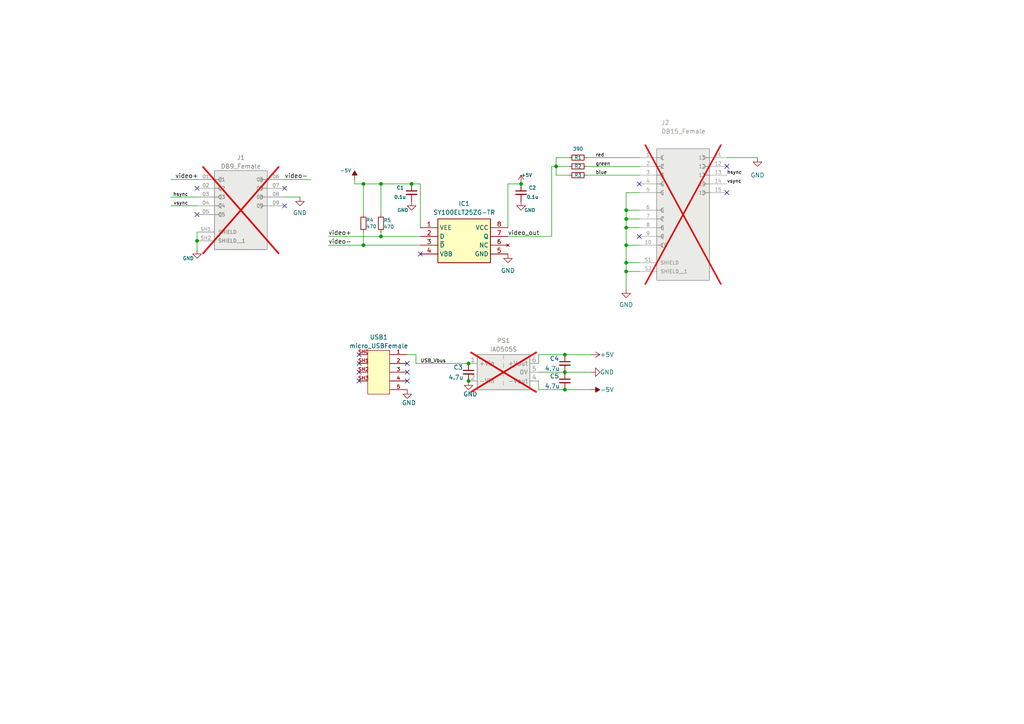
<source format=kicad_sch>
(kicad_sch (version 20230121) (generator eeschema)
  (paper "A4")
  (lib_symbols
    (symbol "Connector:ICD15S13E4GX00LF" (pin_names (offset 1.016))
      (property "Reference" "J" (at -7.62 18.542 0))
      (property "Value" "ICD15S13E4GX00LF" (at -7.62 -22.86 0))
      (symbol "ICD15S13E4GX00LF_0_0"
        (rectangle (start -7.62 -20.32) (end 7.62 17.78) (stroke (width 0.254)) (fill (type background)))
        (arc (start -5.715 -9.525) (mid -6.3473 -10.16) (end -5.715 -10.795) (stroke (width 0.254)))
        (arc (start -5.715 -6.985) (mid -6.3473 -7.62) (end -5.715 -8.255) (stroke (width 0.254)))
        (arc (start -5.715 -4.445) (mid -6.3473 -5.08) (end -5.715 -5.715) (stroke (width 0.254)))
        (arc (start -5.715 -1.905) (mid -6.3473 -2.54) (end -5.715 -3.175) (stroke (width 0.254)))
        (arc (start -5.715 0.635) (mid -6.3473 0) (end -5.715 -0.635) (stroke (width 0.254)))
        (arc (start -5.715 5.715) (mid -6.3473 5.08) (end -5.715 4.445) (stroke (width 0.254)))
        (arc (start -5.715 8.255) (mid -6.3473 7.62) (end -5.715 6.985) (stroke (width 0.254)))
        (arc (start -5.715 10.795) (mid -6.3473 10.16) (end -5.715 9.525) (stroke (width 0.254)))
        (arc (start -5.715 13.335) (mid -6.3473 12.7) (end -5.715 12.065) (stroke (width 0.254)))
        (arc (start -5.715 15.875) (mid -6.3473 15.24) (end -5.715 14.605) (stroke (width 0.254)))
        (polyline (pts (xy -7.62 -10.16) (xy -6.35 -10.16)) (stroke (width 0.254)))
        (polyline (pts (xy -7.62 -7.62) (xy -6.35 -7.62)) (stroke (width 0.254)))
        (polyline (pts (xy -7.62 -5.08) (xy -6.35 -5.08)) (stroke (width 0.254)))
        (polyline (pts (xy -7.62 -2.54) (xy -6.35 -2.54)) (stroke (width 0.254)))
        (polyline (pts (xy -7.62 0) (xy -6.35 0)) (stroke (width 0.254)))
        (polyline (pts (xy -7.62 5.08) (xy -6.35 5.08)) (stroke (width 0.254)))
        (polyline (pts (xy -7.62 7.62) (xy -6.35 7.62)) (stroke (width 0.254)))
        (polyline (pts (xy -7.62 10.16) (xy -6.35 10.16)) (stroke (width 0.254)))
        (polyline (pts (xy -7.62 12.7) (xy -6.35 12.7)) (stroke (width 0.254)))
        (polyline (pts (xy -7.62 15.24) (xy -6.35 15.24)) (stroke (width 0.254)))
        (polyline (pts (xy 7.62 5.08) (xy 6.35 5.08)) (stroke (width 0.254)))
        (polyline (pts (xy 7.62 7.62) (xy 6.35 7.62)) (stroke (width 0.254)))
        (polyline (pts (xy 7.62 10.16) (xy 6.35 10.16)) (stroke (width 0.254)))
        (polyline (pts (xy 7.62 12.7) (xy 6.35 12.7)) (stroke (width 0.254)))
        (polyline (pts (xy 7.62 15.24) (xy 6.35 15.24)) (stroke (width 0.254)))
        (arc (start 5.715 4.445) (mid 6.3473 5.08) (end 5.715 5.715) (stroke (width 0.254)))
        (arc (start 5.715 6.985) (mid 6.3473 7.62) (end 5.715 8.255) (stroke (width 0.254)))
        (arc (start 5.715 9.525) (mid 6.3473 10.16) (end 5.715 10.795) (stroke (width 0.254)))
        (arc (start 5.715 12.065) (mid 6.3473 12.7) (end 5.715 13.335) (stroke (width 0.254)))
        (arc (start 5.715 14.605) (mid 6.3473 15.24) (end 5.715 15.875) (stroke (width 0.254)))
        (pin passive line (at -12.7 15.24 0) (length 5.08) (name "1") (number "1"))
        (pin passive line (at -12.7 -10.16 0) (length 5.08) (name "10") (number "10"))
        (pin passive line (at 12.7 15.24 180) (length 5.08) (name "11") (number "11"))
        (pin passive line (at 12.7 12.7 180) (length 5.08) (name "12") (number "12"))
        (pin passive line (at 12.7 10.16 180) (length 5.08) (name "13") (number "13"))
        (pin passive line (at 12.7 7.62 180) (length 5.08) (name "14") (number "14"))
        (pin passive line (at 12.7 5.08 180) (length 5.08) (name "15") (number "15"))
        (pin passive line (at -12.7 12.7 0) (length 5.08) (name "2") (number "2"))
        (pin passive line (at -12.7 10.16 0) (length 5.08) (name "3") (number "3"))
        (pin passive line (at -12.7 7.62 0) (length 5.08) (name "4") (number "4"))
        (pin passive line (at -12.7 5.08 0) (length 5.08) (name "5") (number "5"))
        (pin passive line (at -12.7 0 0) (length 5.08) (name "6") (number "6"))
        (pin passive line (at -12.7 -2.54 0) (length 5.08) (name "7") (number "7"))
        (pin passive line (at -12.7 -5.08 0) (length 5.08) (name "8") (number "8"))
        (pin passive line (at -12.7 -7.62 0) (length 5.08) (name "9") (number "9"))
        (pin passive line (at -12.7 -15.24 0) (length 5.08) (name "SHIELD") (number "S1"))
        (pin passive line (at -12.7 -17.78 0) (length 5.08) (name "SHIELD__1") (number "S2"))
      )
    )
    (symbol "Connector:LD09S13A4GV00LF" (pin_names (offset 1.016))
      (property "Reference" "J" (at -7.62 11.43 0))
      (property "Value" "LD09S13A4GV00LF" (at -7.62 -15.24 0))
      (symbol "LD09S13A4GV00LF_0_0"
        (rectangle (start -7.62 -12.7) (end 7.62 10.16) (stroke (width 0.254)) (fill (type background)))
        (arc (start -5.715 -1.905) (mid -6.3473 -2.54) (end -5.715 -3.175) (stroke (width 0.254)))
        (arc (start -5.715 0.635) (mid -6.3473 0) (end -5.715 -0.635) (stroke (width 0.254)))
        (arc (start -5.715 3.175) (mid -6.3473 2.54) (end -5.715 1.905) (stroke (width 0.254)))
        (arc (start -5.715 5.715) (mid -6.3473 5.08) (end -5.715 4.445) (stroke (width 0.254)))
        (arc (start -5.715 8.255) (mid -6.3473 7.62) (end -5.715 6.985) (stroke (width 0.254)))
        (polyline (pts (xy -7.62 -2.54) (xy -6.35 -2.54)) (stroke (width 0.254)))
        (polyline (pts (xy -7.62 0) (xy -6.35 0)) (stroke (width 0.254)))
        (polyline (pts (xy -7.62 2.54) (xy -6.35 2.54)) (stroke (width 0.254)))
        (polyline (pts (xy -7.62 5.08) (xy -6.35 5.08)) (stroke (width 0.254)))
        (polyline (pts (xy -7.62 7.62) (xy -6.35 7.62)) (stroke (width 0.254)))
        (polyline (pts (xy 7.62 0) (xy 6.35 0)) (stroke (width 0.254)))
        (polyline (pts (xy 7.62 2.54) (xy 6.35 2.54)) (stroke (width 0.254)))
        (polyline (pts (xy 7.62 5.08) (xy 6.35 5.08)) (stroke (width 0.254)))
        (polyline (pts (xy 7.62 7.62) (xy 6.35 7.62)) (stroke (width 0.254)))
        (arc (start 5.715 -0.635) (mid 6.3473 0) (end 5.715 0.635) (stroke (width 0.254)))
        (arc (start 5.715 1.905) (mid 6.3473 2.54) (end 5.715 3.175) (stroke (width 0.254)))
        (arc (start 5.715 4.445) (mid 6.3473 5.08) (end 5.715 5.715) (stroke (width 0.254)))
        (arc (start 5.715 6.985) (mid 6.3473 7.62) (end 5.715 8.255) (stroke (width 0.254)))
        (pin passive line (at -12.7 7.62 0) (length 5.08) (name "01") (number "01"))
        (pin passive line (at -12.7 5.08 0) (length 5.08) (name "02") (number "02"))
        (pin passive line (at -12.7 2.54 0) (length 5.08) (name "03") (number "03"))
        (pin passive line (at -12.7 0 0) (length 5.08) (name "04") (number "04"))
        (pin passive line (at -12.7 -2.54 0) (length 5.08) (name "05") (number "05"))
        (pin passive line (at 12.7 7.62 180) (length 5.08) (name "06") (number "06"))
        (pin passive line (at 12.7 5.08 180) (length 5.08) (name "07") (number "07"))
        (pin passive line (at 12.7 2.54 180) (length 5.08) (name "08") (number "08"))
        (pin passive line (at 12.7 0 180) (length 5.08) (name "09") (number "09"))
        (pin passive line (at -12.7 -7.62 0) (length 5.08) (name "SHIELD") (number "SH1"))
        (pin passive line (at -12.7 -10.16 0) (length 5.08) (name "SHIELD__1") (number "SH2"))
      )
    )
    (symbol "Converter_DCDC:IA0505S"
      (property "Reference" "PS" (at -7.62 6.35 0))
      (property "Value" "IA0505S" (at 1.27 6.35 0))
      (symbol "IA0505S_0_0"
        (pin power_in line (at -10.16 2.54 0) (length 2.54) (name "+Vin") (number "1"))
        (pin power_in line (at -10.16 -2.54 0) (length 2.54) (name "-Vin") (number "2"))
        (pin power_out line (at 10.16 -2.54 180) (length 2.54) (name "-Vout") (number "4"))
        (pin power_out line (at 10.16 0 180) (length 2.54) (name "0V") (number "5"))
        (pin power_out line (at 10.16 2.54 180) (length 2.54) (name "+Vout") (number "6"))
      )
      (symbol "IA0505S_0_1"
        (rectangle (start -7.62 5.08) (end 7.62 -5.08) (stroke (width 0.254)) (fill (type background)))
        (polyline (pts (xy 0 -2.54) (xy 0 -3.81)))
        (polyline (pts (xy 0 0) (xy 0 -1.27)))
        (polyline (pts (xy 0 2.54) (xy 0 1.27)))
        (polyline (pts (xy 0 5.08) (xy 0 3.81)))
      )
    )
    (symbol "Device:C_Small" (pin_numbers hide) (pin_names (offset 0.254) hide)
      (property "Reference" "C" (at 0.254 1.778 0))
      (property "Value" "C_Small" (at 0.254 -2.032 0))
      (symbol "C_Small_0_1"
        (polyline (pts (xy -1.524 -0.508) (xy 1.524 -0.508)) (stroke (width 0.3302)))
        (polyline (pts (xy -1.524 0.508) (xy 1.524 0.508)) (stroke (width 0.3048)))
      )
      (symbol "C_Small_1_1"
        (pin passive line (at 0 2.54 270) (length 2.032) (name "~") (number "1"))
        (pin passive line (at 0 -2.54 90) (length 2.032) (name "~") (number "2"))
      )
    )
    (symbol "Device:R_Small" (pin_numbers hide) (pin_names (offset 0.254) hide)
      (property "Reference" "R" (at 0.762 0.508 0))
      (property "Value" "R_Small" (at 0.762 -1.016 0))
      (symbol "R_Small_0_1"
        (rectangle (start -0.762 1.778) (end 0.762 -1.778) (stroke (width 0.2032)))
      )
      (symbol "R_Small_1_1"
        (pin passive line (at 0 2.54 270) (length 0.762) (name "~") (number "1"))
        (pin passive line (at 0 -2.54 90) (length 0.762) (name "~") (number "2"))
      )
    )
    (symbol "SY100ELT25ZG-TR:SY100ELT25ZG-TR"
      (property "Reference" "IC" (at 21.59 7.62 0))
      (property "Value" "SY100ELT25ZG-TR" (at 21.59 5.08 0))
      (symbol "SY100ELT25ZG-TR_1_1"
        (rectangle (start 5.08 2.54) (end 20.32 -10.16) (stroke (width 0.254)) (fill (type background)))
        (pin passive line (at 0 0 0) (length 5.08) (name "VEE") (number "1"))
        (pin passive line (at 0 -2.54 0) (length 5.08) (name "D") (number "2"))
        (pin passive line (at 0 -5.08 0) (length 5.08) (name "~{D}") (number "3"))
        (pin passive line (at 0 -7.62 0) (length 5.08) (name "VBB") (number "4"))
        (pin passive line (at 25.4 -7.62 180) (length 5.08) (name "GND") (number "5"))
        (pin no_connect line (at 25.4 -5.08 180) (length 5.08) (name "NC") (number "6"))
        (pin passive line (at 25.4 -2.54 180) (length 5.08) (name "Q") (number "7"))
        (pin passive line (at 25.4 0 180) (length 5.08) (name "VCC") (number "8"))
      )
    )
    (symbol "lcsc:micro_USBFemale" (pin_names hide)
      (property "Reference" "USB" (at 0 1.27 0))
      (property "Value" "micro_USBFemale" (at 0 -2.54 0))
      (symbol "micro_USBFemale_0_1"
        (rectangle (start -2.54 6.35) (end 3.81 -6.35) (fill (type background)))
        (pin unspecified line (at 8.89 5.08 180) (length 5.08) (name "V+") (number "1"))
        (pin unspecified line (at 8.89 2.54 180) (length 5.08) (name "D-") (number "2"))
        (pin unspecified line (at 8.89 0 180) (length 5.08) (name "D+") (number "3"))
        (pin unspecified line (at 8.89 -2.54 180) (length 5.08) (name "ID") (number "4"))
        (pin unspecified line (at 8.89 -5.08 180) (length 5.08) (name "V-") (number "5"))
        (pin input line (at -5.08 5.08 0) (length 2.54) (name "MTN") (number "SH0"))
      )
      (symbol "micro_USBFemale_1_1"
        (pin unspecified line (at -5.08 2.54 0) (length 2.54) (name "SH1") (number "SH1"))
        (pin unspecified line (at -5.08 0 0) (length 2.54) (name "SH2") (number "SH2"))
        (pin unspecified line (at -5.08 -2.54 0) (length 2.54) (name "SH3") (number "SH3"))
      )
    )
    (symbol "power:+5V" (power) (pin_names (offset 0))
      (property "Value" "+5V" (at 0 3.556 0))
      (symbol "+5V_0_1"
        (polyline (pts (xy -0.762 1.27) (xy 0 2.54)))
        (polyline (pts (xy 0 0) (xy 0 2.54)))
        (polyline (pts (xy 0 2.54) (xy 0.762 1.27)))
      )
      (symbol "+5V_1_1"
        (pin power_in line (at 0 0 90) (length 0) hide (name "+5V") (number "1"))
      )
    )
    (symbol "power:-5V" (power) (pin_names (offset 0))
      (property "Value" "-5V" (at 0 3.81 0))
      (symbol "-5V_0_0"
        (pin power_in line (at 0 0 90) (length 0) hide (name "-5V") (number "1"))
      )
      (symbol "-5V_0_1"
        (polyline (pts (xy 0 0) (xy 0 1.27) (xy 0.762 1.27) (xy 0 2.54) (xy -0.762 1.27) (xy 0 1.27)) (fill (type outline)))
      )
    )
    (symbol "power:GND" (power) (pin_names (offset 0))
      (property "Value" "GND" (at 0 -3.81 0))
      (symbol "GND_0_1"
        (polyline (pts (xy 0 0) (xy 0 -1.27) (xy 1.27 -1.27) (xy 0 -2.54) (xy -1.27 -1.27) (xy 0 -1.27)))
      )
      (symbol "GND_1_1"
        (pin power_in line (at 0 0 270) (length 0) hide (name "GND") (number "1"))
      )
    )
  )
  (junction (at 105.41 53.34))
  (junction (at 163.83 102.87))
  (junction (at 135.89 110.49))
  (junction (at 181.61 66.04))
  (junction (at 57.15 69.85))
  (junction (at 181.61 78.74))
  (junction (at 181.61 63.5))
  (junction (at 181.61 76.2))
  (junction (at 110.49 53.34))
  (junction (at 110.49 68.58))
  (junction (at 105.41 71.12))
  (junction (at 163.83 107.95))
  (junction (at 135.89 105.41))
  (junction (at 119.38 53.34))
  (junction (at 161.29 48.26))
  (junction (at 151.13 53.34))
  (junction (at 181.61 71.12))
  (junction (at 163.83 113.03))
  (junction (at 181.61 60.96))
  (no_connect (at 185.42 68.58))
  (no_connect (at 57.15 62.23))
  (no_connect (at 118.11 107.95))
  (no_connect (at 118.11 110.49))
  (no_connect (at 57.15 54.61))
  (no_connect (at 104.14 102.87))
  (no_connect (at 82.55 59.69))
  (no_connect (at 104.14 105.41))
  (no_connect (at 104.14 107.95))
  (no_connect (at 121.92 73.66))
  (no_connect (at 118.11 105.41))
  (no_connect (at 82.55 54.61))
  (no_connect (at 104.14 110.49))
  (no_connect (at 210.82 48.26))
  (no_connect (at 210.82 55.88))
  (no_connect (at 185.42 53.34))
  (wire (pts (xy 181.61 66.04) (xy 181.61 71.12)))
  (wire (pts (xy 181.61 63.5) (xy 181.61 66.04)))
  (wire (pts (xy 185.42 55.88) (xy 181.61 55.88)))
  (wire (pts (xy 110.49 53.34) (xy 110.49 62.23)))
  (wire (pts (xy 119.38 53.34) (xy 121.92 53.34)))
  (wire (pts (xy 110.49 68.58) (xy 121.92 68.58)))
  (wire (pts (xy 102.87 52.07) (xy 102.87 53.34)))
  (wire (pts (xy 210.82 45.72) (xy 219.71 45.72)))
  (wire (pts (xy 181.61 60.96) (xy 181.61 63.5)))
  (wire (pts (xy 181.61 78.74) (xy 185.42 78.74)))
  (wire (pts (xy 181.61 71.12) (xy 185.42 71.12)))
  (wire (pts (xy 161.29 50.8) (xy 165.1 50.8)))
  (wire (pts (xy 163.83 107.95) (xy 171.45 107.95)))
  (wire (pts (xy 121.92 66.04) (xy 121.92 53.34)))
  (wire (pts (xy 163.83 113.03) (xy 171.45 113.03)))
  (wire (pts (xy 156.21 107.95) (xy 163.83 107.95)))
  (wire (pts (xy 170.18 50.8) (xy 185.42 50.8)))
  (wire (pts (xy 95.25 71.12) (xy 105.41 71.12)))
  (wire (pts (xy 156.21 113.03) (xy 163.83 113.03)))
  (wire (pts (xy 120.65 102.87) (xy 120.65 105.41)))
  (wire (pts (xy 181.61 76.2) (xy 181.61 78.74)))
  (wire (pts (xy 181.61 78.74) (xy 181.61 83.82)))
  (wire (pts (xy 95.25 68.58) (xy 110.49 68.58)))
  (wire (pts (xy 105.41 71.12) (xy 121.92 71.12)))
  (wire (pts (xy 181.61 66.04) (xy 185.42 66.04)))
  (wire (pts (xy 181.61 71.12) (xy 181.61 76.2)))
  (wire (pts (xy 160.02 48.26) (xy 160.02 68.58)))
  (wire (pts (xy 110.49 53.34) (xy 119.38 53.34)))
  (wire (pts (xy 170.18 48.26) (xy 185.42 48.26)))
  (wire (pts (xy 120.65 105.41) (xy 135.89 105.41)))
  (wire (pts (xy 105.41 67.31) (xy 105.41 71.12)))
  (wire (pts (xy 82.55 57.15) (xy 86.995 57.15)))
  (wire (pts (xy 161.29 48.26) (xy 161.29 50.8)))
  (wire (pts (xy 181.61 63.5) (xy 185.42 63.5)))
  (wire (pts (xy 161.29 48.26) (xy 161.29 45.72)))
  (wire (pts (xy 57.15 67.31) (xy 57.15 69.85)))
  (wire (pts (xy 147.32 68.58) (xy 160.02 68.58)))
  (wire (pts (xy 181.61 76.2) (xy 185.42 76.2)))
  (wire (pts (xy 156.21 110.49) (xy 156.21 113.03)))
  (wire (pts (xy 147.32 66.04) (xy 147.32 53.34)))
  (wire (pts (xy 105.41 53.34) (xy 110.49 53.34)))
  (wire (pts (xy 181.61 55.88) (xy 181.61 60.96)))
  (wire (pts (xy 49.53 59.69) (xy 57.15 59.69)))
  (wire (pts (xy 105.41 53.34) (xy 105.41 62.23)))
  (wire (pts (xy 170.18 45.72) (xy 185.42 45.72)))
  (wire (pts (xy 57.15 69.85) (xy 57.15 72.39)))
  (wire (pts (xy 185.42 60.96) (xy 181.61 60.96)))
  (wire (pts (xy 102.87 53.34) (xy 105.41 53.34)))
  (wire (pts (xy 156.21 105.41) (xy 156.21 102.87)))
  (wire (pts (xy 161.29 48.26) (xy 165.1 48.26)))
  (wire (pts (xy 90.17 52.07) (xy 82.55 52.07)))
  (wire (pts (xy 147.32 53.34) (xy 151.13 53.34)))
  (wire (pts (xy 110.49 67.31) (xy 110.49 68.58)))
  (wire (pts (xy 161.29 45.72) (xy 165.1 45.72)))
  (wire (pts (xy 49.53 52.07) (xy 57.15 52.07)))
  (wire (pts (xy 163.83 102.87) (xy 171.45 102.87)))
  (wire (pts (xy 118.11 102.87) (xy 120.65 102.87)))
  (wire (pts (xy 156.21 102.87) (xy 163.83 102.87)))
  (wire (pts (xy 49.53 57.15) (xy 57.15 57.15)))
  (wire (pts (xy 160.02 48.26) (xy 161.29 48.26)))
  (label "vsync" (at 210.82 53.34 0) (effects (font (size 1 1))))
  (label "video+" (at 50.8 52.07 0))
  (label "vsync" (at 54.61 59.69 180) (effects (font (size 1 1))))
  (label "video-" (at 82.55 52.07 0))
  (label "blue" (at 172.72 50.8 0) (effects (font (size 1 1))))
  (label "red" (at 172.72 45.72 0) (effects (font (size 1 1))))
  (label "video_out" (at 147.32 68.58 0))
  (label "USB_Vbus" (at 121.92 105.41 0) (effects (font (size 1 1))))
  (label "green" (at 172.72 48.26 0) (effects (font (size 1 1))))
  (label "video-" (at 95.25 71.12 0))
  (label "hsync" (at 54.61 57.15 180) (effects (font (size 1 1))))
  (label "video+" (at 95.25 68.58 0))
  (label "hsync" (at 210.82 50.8 0) (effects (font (size 1 1))))
  (symbol (lib_id "SY100ELT25ZG-TR:SY100ELT25ZG-TR") (at 121.92 66.04 0) (unit 1)
    (property "Reference" "IC1" (at 134.62 59.0804 0))
    (property "Value" "SY100ELT25ZG-TR" (at 134.62 61.6204 0))
    (property "Footprint" "Converter_DCDC:SOIC127P602X173-8N" (effects hide))
    (property "Height" "1.73" (effects hide))
    (property "Mouser Part Number" "998-SY100ELT25ZGTR" (effects hide))
    (property "Mouser Price/Stock" "https://www.mouser.co.uk/ProductDetail/Microchip-Technology-Atmel/SY100ELT25ZG-TR?qs=Y3Q3JoKAO1S9PRqB7MkYdQ%3D%3D" (effects hide))
    (property "Manufacturer_Name" "Microchip" (effects hide))
    (property "Manufacturer_Part_Number" "SY100ELT25ZG-TR" (effects hide))
    (property "LCSC" "C632325" (effects hide))
  )
  (symbol (lib_id "Device:R_Small") (at 110.49 64.77 180) (unit 1)
    (property "Reference" "R5" (at 111.2687 63.8789 0) (effects (font (size 1 1)) (justify right)))
    (property "Value" "470" (at 111.2687 65.7839 0) (effects (font (size 1 1)) (justify right)))
    (property "Footprint" "Resistor_SMD:R_0603_1608Metric" (effects hide))
  )
  (symbol (lib_id "Device:C_Small") (at 163.83 110.49 0) (unit 1)
    (property "Reference" "C5" (at 159.4735 109.0783 0) (effects (justify left)))
    (property "Value" "4.7u" (at 158.0095 112.0062 0) (effects (justify left)))
    (property "Footprint" "Capacitor_SMD:C_0603_1608Metric" (effects hide))
  )
  (symbol (lib_id "lcsc:micro_USBFemale") (at 109.22 107.95 0) (unit 1)
    (property "Reference" "USB1" (at 109.855 97.79 0))
    (property "Value" "micro_USBFemale" (at 109.855 100.33 0))
    (property "Footprint" "lcsc.pretty:MICRO-USB-SMD_5P-P0.65-H-F_C10418" (effects hide))
    (property "Datasheet" "https://item.szlcsc.com/10961.html" (effects hide))
    (property "LCSC" "C10418" (effects hide))
  )
  (symbol (lib_id "power:+5V") (at 151.13 53.34 0) (unit 1)
    (property "Reference" "#PWR05" (effects hide))
    (property "Value" "+5V" (at 151.13 50.8 0) (effects (font (size 1 1)) (justify left)))
  )
  (symbol (lib_id "power:GND") (at 119.38 58.42 0) (mirror y) (unit 1)
    (property "Reference" "#PWR07" (effects hide))
    (property "Value" "GND" (at 116.84 60.96 0) (effects (font (size 1 1))))
  )
  (symbol (lib_id "power:GND") (at 118.11 113.03 0) (unit 1)
    (property "Reference" "#PWR010" (effects hide))
    (property "Value" "GND" (at 120.65 116.84 0) (effects (justify right)))
  )
  (symbol (lib_id "Device:C_Small") (at 163.83 105.41 0) (unit 1)
    (property "Reference" "C4" (at 159.4735 103.9983 0) (effects (justify left)))
    (property "Value" "4.7u" (at 158.0095 106.9262 0) (effects (justify left)))
    (property "Footprint" "Capacitor_SMD:C_0603_1608Metric" (effects hide))
  )
  (symbol (lib_id "Device:C_Small") (at 151.13 55.88 0) (mirror y) (unit 1)
    (property "Reference" "C2" (at 155.4865 54.4683 0) (effects (font (size 1 1)) (justify left)))
    (property "Value" "0.1u" (at 156.21 57.15 0) (effects (font (size 1 1)) (justify left)))
    (property "Footprint" "Capacitor_SMD:C_0603_1608Metric" (effects hide))
  )
  (symbol (lib_id "Device:C_Small") (at 119.38 55.88 0) (unit 1)
    (property "Reference" "C1" (at 115.0235 54.4683 0) (effects (font (size 1 1)) (justify left)))
    (property "Value" "0.1u" (at 114.3 57.15 0) (effects (font (size 1 1)) (justify left)))
    (property "Footprint" "Resistor_SMD:R_0603_1608Metric" (effects hide))
  )
  (symbol (lib_id "Device:R_Small") (at 167.64 48.26 270) (unit 1)
    (property "Reference" "R2" (at 167.64 48.26 90) (effects (font (size 1 1))))
    (property "Value" "390" (effects hide))
    (property "Footprint" "Resistor_SMD:R_0603_1608Metric" (effects hide))
  )
  (symbol (lib_id "power:GND") (at 151.13 58.42 0) (unit 1)
    (property "Reference" "#PWR08" (effects hide))
    (property "Value" "GND" (at 153.67 60.96 0) (effects (font (size 1 1))))
  )
  (symbol (lib_id "power:GND") (at 135.89 110.49 0) (unit 1)
    (property "Reference" "#PWR012" (effects hide))
    (property "Value" "GND" (at 138.43 114.3 0) (effects (justify right)))
  )
  (symbol (lib_id "power:-5V") (at 102.87 52.07 0) (unit 1)
    (property "Reference" "#PWR04" (effects hide))
    (property "Value" "-5V" (at 98.6286 49.4527 0) (effects (font (size 1 1)) (justify left)))
  )
  (symbol (lib_id "Device:R_Small") (at 167.64 45.72 270) (unit 1)
    (property "Reference" "R1" (at 167.64 45.72 90) (effects (font (size 1 1))))
    (property "Value" "390" (at 167.64 43.18 90) (effects (font (size 1 1))))
    (property "Footprint" "Resistor_SMD:R_0603_1608Metric" (effects hide))
  )
  (symbol (lib_id "Connector:LD09S13A4GV00LF") (at 69.85 59.69 0) (unit 1) (dnp yes)
    (property "Reference" "J1" (at 69.85 45.72 0))
    (property "Value" "DB9_Female" (at 69.85 48.26 0))
    (property "Footprint" "Project Library:AMPHENOL_LD09S13A4GV00LF" (effects hide))
    (property "PARTREV" "B" (effects hide))
    (property "STANDARD" "Manufacturer Recommendations" (effects hide))
    (property "SNAPEDA_PN" "LD09S13A4GV00LF" (effects hide))
    (property "MAXIMUM_PACKAGE_HEIGHT" "13.86mm" (effects hide))
    (property "MANUFACTURER" "Amphenol" (effects hide))
  )
  (symbol (lib_id "power:GND") (at 57.15 72.39 0) (mirror y) (unit 1)
    (property "Reference" "#PWR011" (effects hide))
    (property "Value" "GND" (at 54.61 74.93 0) (effects (font (size 1 1))))
  )
  (symbol (lib_id "Device:R_Small") (at 105.41 64.77 180) (unit 1)
    (property "Reference" "R4" (at 106.1876 63.8001 0) (effects (font (size 1 1)) (justify right)))
    (property "Value" "470" (at 106.1876 65.7051 0) (effects (font (size 1 1)) (justify right)))
    (property "Footprint" "Resistor_SMD:R_0603_1608Metric" (effects hide))
  )
  (symbol (lib_id "power:GND") (at 181.61 83.82 0) (unit 1)
    (property "Reference" "#PWR09" (effects hide))
    (property "Value" "GND" (at 181.61 88.392 0))
  )
  (symbol (lib_id "Connector:ICD15S13E4GX00LF") (at 198.12 60.96 0) (unit 1) (dnp yes)
    (property "Reference" "J2" (at 191.77 35.56 0) (effects (justify left)))
    (property "Value" "DB15_Female" (at 191.77 38.1 0) (effects (justify left)))
    (property "Footprint" "Project Library:AMPHENOL_ICD15S13E4GX00LF" (effects hide))
    (property "Datasheet" " ~" (effects hide))
    (property "PARTREV" "G" (effects hide))
    (property "STANDARD" "Manufacturer Recommendations" (effects hide))
    (property "MAXIMUM_PACKAGE_HEIGHT" "12.96mm" (effects hide))
    (property "MANUFACTURER" "Amphenol" (effects hide))
  )
  (symbol (lib_id "Converter_DCDC:IA0505S") (at 146.05 107.95 0) (unit 1) (dnp yes)
    (property "Reference" "PS1" (at 146.05 98.7806 0))
    (property "Value" "IA0505S" (at 146.05 101.3206 0))
    (property "Footprint" "Converter_DCDC:Converter_DCDC_XP_POWER-IAxxxxS_THT" (effects hide))
    (property "Datasheet" "https://www.mornsun-power.com/html/pdf/A0505S-1WR3.html" (effects hide))
    (property "LCSC" "C131042" (effects hide))
  )
  (symbol (lib_id "Device:R_Small") (at 167.64 50.8 270) (unit 1)
    (property "Reference" "R3" (at 167.64 50.8 90) (effects (font (size 1 1))))
    (property "Value" "390" (effects hide))
    (property "Footprint" "Resistor_SMD:R_0603_1608Metric" (effects hide))
  )
  (symbol (lib_id "power:GND") (at 86.995 57.15 0) (unit 1)
    (property "Reference" "#PWR014" (effects hide))
    (property "Value" "GND" (at 86.995 61.722 0))
  )
  (symbol (lib_id "power:GND") (at 171.45 107.95 90) (unit 1)
    (property "Reference" "#PWR01" (effects hide))
    (property "Value" "GND" (at 173.99 107.95 90) (effects (justify right)))
  )
  (symbol (lib_id "power:+5V") (at 171.45 102.87 270) (unit 1)
    (property "Reference" "#PWR02" (effects hide))
    (property "Value" "+5V" (at 173.99 102.87 90) (effects (justify left)))
  )
  (symbol (lib_id "Device:C_Small") (at 135.89 107.95 0) (unit 1)
    (property "Reference" "C3" (at 131.5335 106.5383 0) (effects (justify left)))
    (property "Value" "4.7u" (at 130.0695 109.4662 0) (effects (justify left)))
    (property "Footprint" "Capacitor_SMD:C_0603_1608Metric" (effects hide))
  )
  (symbol (lib_id "power:GND") (at 219.71 45.72 0) (unit 1)
    (property "Reference" "#PWR013" (effects hide))
    (property "Value" "GND" (at 219.71 50.8 0))
  )
  (symbol (lib_id "power:GND") (at 147.32 73.66 0) (unit 1)
    (property "Reference" "#PWR06" (effects hide))
    (property "Value" "GND" (at 147.32 78.486 0))
  )
  (symbol (lib_id "power:-5V") (at 171.45 113.03 270) (unit 1)
    (property "Reference" "#PWR03" (effects hide))
    (property "Value" "-5V" (at 173.99 113.03 90) (effects (justify left)))
  )
)
</source>
